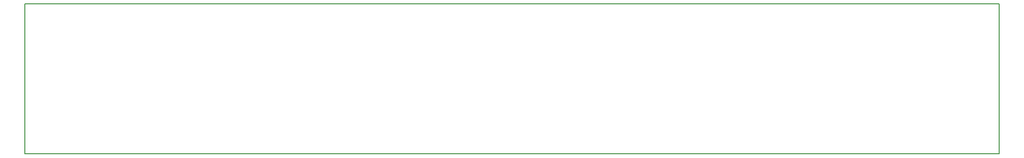
<source format=gbr>
G04 #@! TF.FileFunction,Profile,NP*
%FSLAX46Y46*%
G04 Gerber Fmt 4.6, Leading zero omitted, Abs format (unit mm)*
G04 Created by KiCad (PCBNEW 4.0.1-3.201512221402+6198~38~ubuntu14.04.1-stable) date Mon 25 Jan 2016 02:37:38 AM PST*
%MOMM*%
G01*
G04 APERTURE LIST*
%ADD10C,0.100000*%
%ADD11C,0.150000*%
G04 APERTURE END LIST*
D10*
D11*
X38100000Y-124460000D02*
X38100000Y-97790000D01*
X210820000Y-124460000D02*
X38100000Y-124460000D01*
X210820000Y-97790000D02*
X210820000Y-124460000D01*
X38100000Y-97790000D02*
X210820000Y-97790000D01*
M02*

</source>
